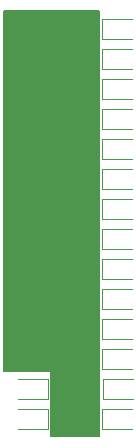
<source format=gto>
%TF.GenerationSoftware,KiCad,Pcbnew,(6.0.1)*%
%TF.CreationDate,2022-01-21T00:47:32+01:00*%
%TF.ProjectId,bosch-kf163-diode-pll,626f7363-682d-46b6-9631-36332d64696f,2*%
%TF.SameCoordinates,Original*%
%TF.FileFunction,Legend,Top*%
%TF.FilePolarity,Positive*%
%FSLAX46Y46*%
G04 Gerber Fmt 4.6, Leading zero omitted, Abs format (unit mm)*
G04 Created by KiCad (PCBNEW (6.0.1)) date 2022-01-21 00:47:32*
%MOMM*%
%LPD*%
G01*
G04 APERTURE LIST*
%ADD10C,0.150000*%
%ADD11C,0.120000*%
G04 APERTURE END LIST*
D10*
X127730000Y-100540000D02*
X123730000Y-100540000D01*
X123730000Y-100540000D02*
X123730000Y-95040000D01*
X123730000Y-95040000D02*
X119730000Y-95040000D01*
X119730000Y-95040000D02*
X119730000Y-64540000D01*
X119730000Y-64540000D02*
X127730000Y-64540000D01*
X127730000Y-64540000D02*
X127730000Y-100540000D01*
G36*
X127730000Y-100540000D02*
G01*
X123730000Y-100540000D01*
X123730000Y-95040000D01*
X119730000Y-95040000D01*
X119730000Y-64540000D01*
X127730000Y-64540000D01*
X127730000Y-100540000D01*
G37*
X127730000Y-100540000D02*
X123730000Y-100540000D01*
X123730000Y-95040000D01*
X119730000Y-95040000D01*
X119730000Y-64540000D01*
X127730000Y-64540000D01*
X127730000Y-100540000D01*
D11*
%TO.C,D2*%
X128040000Y-69430000D02*
X130590000Y-69430000D01*
X128040000Y-67730000D02*
X130590000Y-67730000D01*
X128040000Y-67730000D02*
X128040000Y-69430000D01*
%TO.C,D1*%
X128040000Y-65190000D02*
X130590000Y-65190000D01*
X128040000Y-66890000D02*
X130590000Y-66890000D01*
X128040000Y-65190000D02*
X128040000Y-66890000D01*
%TO.C,D10*%
X128040000Y-89750000D02*
X130590000Y-89750000D01*
X128040000Y-88050000D02*
X130590000Y-88050000D01*
X128040000Y-88050000D02*
X128040000Y-89750000D01*
%TO.C,D14*%
X128040000Y-99910000D02*
X130590000Y-99910000D01*
X128040000Y-98210000D02*
X130590000Y-98210000D01*
X128040000Y-98210000D02*
X128040000Y-99910000D01*
%TO.C,D4*%
X128040000Y-74510000D02*
X130590000Y-74510000D01*
X128040000Y-72810000D02*
X128040000Y-74510000D01*
X128040000Y-72810000D02*
X130590000Y-72810000D01*
%TO.C,D8*%
X128040000Y-82970000D02*
X128040000Y-84670000D01*
X128040000Y-84670000D02*
X130590000Y-84670000D01*
X128040000Y-82970000D02*
X130590000Y-82970000D01*
%TO.C,D12*%
X128040000Y-93130000D02*
X128040000Y-94830000D01*
X128040000Y-94830000D02*
X130590000Y-94830000D01*
X128040000Y-93130000D02*
X130590000Y-93130000D01*
%TO.C,D5*%
X128040000Y-77050000D02*
X130590000Y-77050000D01*
X128040000Y-75350000D02*
X130590000Y-75350000D01*
X128040000Y-75350000D02*
X128040000Y-77050000D01*
%TO.C,D15*%
X123420000Y-99910000D02*
X120870000Y-99910000D01*
X123420000Y-98210000D02*
X120870000Y-98210000D01*
X123420000Y-99910000D02*
X123420000Y-98210000D01*
%TO.C,D16*%
X123420000Y-95670000D02*
X120870000Y-95670000D01*
X123420000Y-97370000D02*
X120870000Y-97370000D01*
X123420000Y-97370000D02*
X123420000Y-95670000D01*
%TO.C,D7*%
X128040000Y-80430000D02*
X130590000Y-80430000D01*
X128040000Y-82130000D02*
X130590000Y-82130000D01*
X128040000Y-80430000D02*
X128040000Y-82130000D01*
%TO.C,D9*%
X128040000Y-85510000D02*
X128040000Y-87210000D01*
X128040000Y-87210000D02*
X130590000Y-87210000D01*
X128040000Y-85510000D02*
X130590000Y-85510000D01*
%TO.C,D6*%
X128040000Y-77890000D02*
X130590000Y-77890000D01*
X128040000Y-79590000D02*
X130590000Y-79590000D01*
X128040000Y-77890000D02*
X128040000Y-79590000D01*
%TO.C,D3*%
X128040000Y-70270000D02*
X128040000Y-71970000D01*
X128040000Y-70270000D02*
X130590000Y-70270000D01*
X128040000Y-71970000D02*
X130590000Y-71970000D01*
%TO.C,D13*%
X128060000Y-95670000D02*
X130610000Y-95670000D01*
X128060000Y-97370000D02*
X130610000Y-97370000D01*
X128060000Y-95670000D02*
X128060000Y-97370000D01*
%TO.C,D11*%
X128040000Y-90590000D02*
X128040000Y-92290000D01*
X128040000Y-90590000D02*
X130590000Y-90590000D01*
X128040000Y-92290000D02*
X130590000Y-92290000D01*
%TD*%
M02*

</source>
